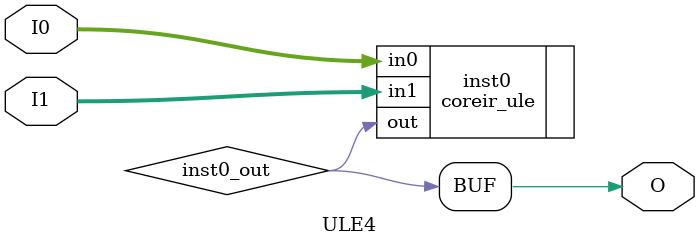
<source format=v>
module ULE4 (input [3:0] I0, input [3:0] I1, output  O);
wire  inst0_out;
coreir_ule inst0 (.in0(I0), .in1(I1), .out(inst0_out));
assign O = inst0_out;
endmodule


</source>
